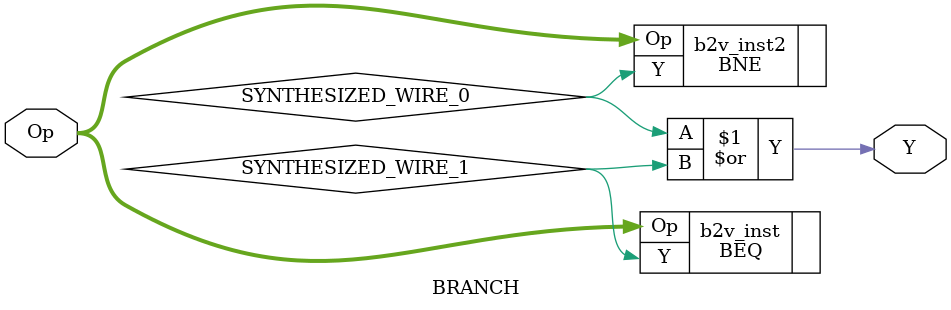
<source format=v>


module BRANCH(
	Op,
	Y
);


input wire	[31:26] Op;
output wire	Y;

wire	SYNTHESIZED_WIRE_0;
wire	SYNTHESIZED_WIRE_1;





BEQ	b2v_inst(
	.Op(Op),
	.Y(SYNTHESIZED_WIRE_1));


BNE	b2v_inst2(
	.Op(Op),
	.Y(SYNTHESIZED_WIRE_0));

assign	Y = SYNTHESIZED_WIRE_0 | SYNTHESIZED_WIRE_1;


endmodule

</source>
